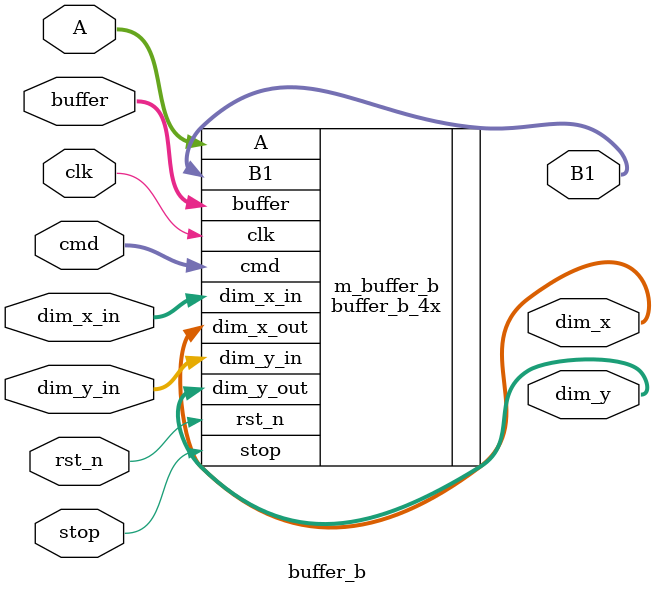
<source format=v>

module buffer_b #(parameter VAR_SIZE = 8, parameter MMU_SIZE = 10)
(
  output wire signed [(VAR_SIZE*MMU_SIZE-1):0] B1,
  input wire signed [(VAR_SIZE-1):0] A,
  input wire clk,
  input wire rst_n,
  input wire stop,
  input wire [1:0] cmd,
  input wire [4:0] buffer,
  input wire [7:0] dim_x_in,
  input wire [7:0] dim_y_in,
  output wire [7:0] dim_x,
  output wire [7:0] dim_y
  );
  
  buffer_b_4x #(.VAR_SIZE(VAR_SIZE), .MMU_SIZE(MMU_SIZE)) m_buffer_b
  (
    .B1(B1),
    .A(A),
    .clk(clk),
    .rst_n(rst_n),
    .stop(stop),
    .cmd(cmd),
    .buffer(buffer),
    .dim_x_in(dim_x_in),
    .dim_y_in(dim_y_in),
    .dim_x_out(dim_x),
    .dim_y_out(dim_y)
    );
  
endmodule

</source>
